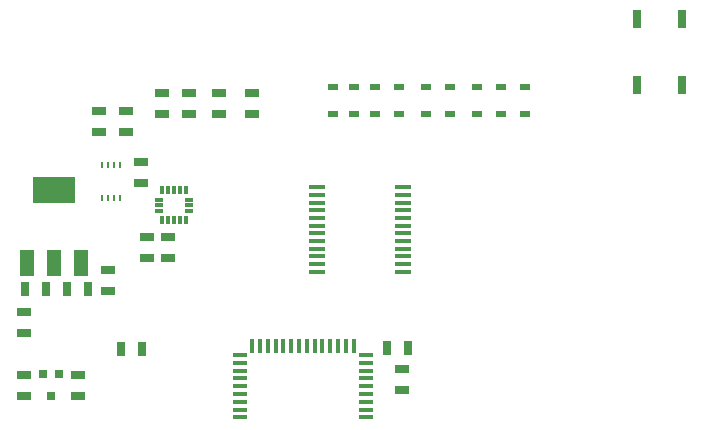
<source format=gtp>
G75*
%MOIN*%
%OFA0B0*%
%FSLAX25Y25*%
%IPPOS*%
%LPD*%
%AMOC8*
5,1,8,0,0,1.08239X$1,22.5*
%
%ADD10R,0.05500X0.01370*%
%ADD11R,0.04724X0.01614*%
%ADD12R,0.01614X0.04528*%
%ADD13R,0.04724X0.03150*%
%ADD14R,0.03268X0.02480*%
%ADD15R,0.03150X0.01181*%
%ADD16R,0.01181X0.03150*%
%ADD17R,0.00984X0.01969*%
%ADD18R,0.03150X0.04724*%
%ADD19R,0.04800X0.08800*%
%ADD20R,0.14173X0.08661*%
%ADD21R,0.02756X0.02756*%
%ADD22R,0.03000X0.06000*%
D10*
X0115251Y0086295D03*
X0115251Y0088854D03*
X0115251Y0091413D03*
X0115251Y0093972D03*
X0115251Y0096531D03*
X0115251Y0099091D03*
X0115251Y0101650D03*
X0115251Y0104209D03*
X0115251Y0106768D03*
X0115251Y0109327D03*
X0115251Y0111886D03*
X0115251Y0114445D03*
X0144038Y0114445D03*
X0144038Y0111886D03*
X0144038Y0109327D03*
X0144038Y0106768D03*
X0144038Y0104209D03*
X0144038Y0101650D03*
X0144038Y0099091D03*
X0144038Y0096531D03*
X0144038Y0093972D03*
X0144038Y0091413D03*
X0144038Y0088854D03*
X0144038Y0086295D03*
D11*
X0131550Y0058520D03*
X0131550Y0055921D03*
X0131550Y0053323D03*
X0131550Y0050724D03*
X0131550Y0048126D03*
X0131550Y0045528D03*
X0131550Y0042929D03*
X0131550Y0040331D03*
X0131550Y0037732D03*
X0089739Y0037732D03*
X0089739Y0040331D03*
X0089739Y0042929D03*
X0089739Y0045528D03*
X0089739Y0048126D03*
X0089739Y0050724D03*
X0089739Y0053323D03*
X0089739Y0055921D03*
X0089739Y0058520D03*
D12*
X0093755Y0061374D03*
X0096353Y0061374D03*
X0098952Y0061374D03*
X0101550Y0061374D03*
X0104148Y0061374D03*
X0106747Y0061374D03*
X0109345Y0061374D03*
X0111944Y0061374D03*
X0114542Y0061374D03*
X0117141Y0061374D03*
X0119739Y0061374D03*
X0122337Y0061374D03*
X0124936Y0061374D03*
X0127534Y0061374D03*
D13*
X0017644Y0044827D03*
X0017644Y0051913D03*
X0035644Y0051913D03*
X0035644Y0044827D03*
X0017644Y0065827D03*
X0017644Y0072913D03*
X0045644Y0079827D03*
X0045644Y0086913D03*
X0058644Y0090827D03*
X0065644Y0090827D03*
X0065644Y0097913D03*
X0058644Y0097913D03*
X0056644Y0115827D03*
X0056644Y0122913D03*
X0051644Y0132827D03*
X0042644Y0132827D03*
X0042644Y0139913D03*
X0051644Y0139913D03*
X0063644Y0138827D03*
X0063644Y0145913D03*
X0072644Y0145913D03*
X0082644Y0145913D03*
X0082644Y0138827D03*
X0072644Y0138827D03*
X0093644Y0138827D03*
X0093644Y0145913D03*
X0143644Y0053913D03*
X0143644Y0046827D03*
D14*
X0142644Y0138843D03*
X0134644Y0138843D03*
X0127644Y0138843D03*
X0120644Y0138843D03*
X0120644Y0147898D03*
X0127644Y0147898D03*
X0134644Y0147898D03*
X0142644Y0147898D03*
X0151644Y0147898D03*
X0159644Y0147898D03*
X0168644Y0147898D03*
X0176644Y0147898D03*
X0184644Y0147898D03*
X0184644Y0138843D03*
X0176644Y0138843D03*
X0168644Y0138843D03*
X0159644Y0138843D03*
X0151644Y0138843D03*
D15*
X0072664Y0110339D03*
X0072664Y0108370D03*
X0072664Y0106402D03*
X0062625Y0106402D03*
X0062625Y0108370D03*
X0062625Y0110339D03*
D16*
X0063707Y0113390D03*
X0065676Y0113390D03*
X0067644Y0113390D03*
X0069613Y0113390D03*
X0071581Y0113390D03*
X0071581Y0103350D03*
X0069613Y0103350D03*
X0067644Y0103350D03*
X0065676Y0103350D03*
X0063707Y0103350D03*
D17*
X0049676Y0110976D03*
X0047707Y0110976D03*
X0045739Y0110976D03*
X0043770Y0110976D03*
X0043770Y0121803D03*
X0045739Y0121803D03*
X0047707Y0121803D03*
X0049676Y0121803D03*
D18*
X0039188Y0080370D03*
X0032101Y0080370D03*
X0025188Y0080370D03*
X0018101Y0080370D03*
X0050101Y0060370D03*
X0057188Y0060370D03*
X0138601Y0060870D03*
X0145688Y0060870D03*
D19*
X0036744Y0089170D03*
X0027644Y0089170D03*
X0018544Y0089170D03*
D20*
X0027644Y0113571D03*
D21*
X0029204Y0052012D03*
X0024085Y0052012D03*
X0026644Y0044728D03*
D22*
X0222144Y0148370D03*
X0237144Y0148370D03*
X0237144Y0170370D03*
X0222144Y0170370D03*
M02*

</source>
